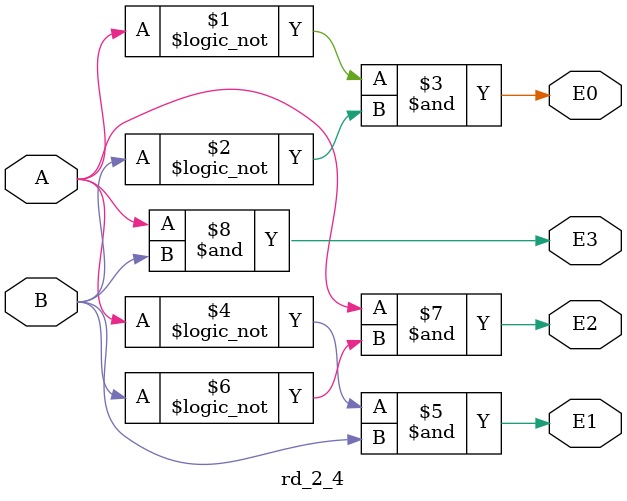
<source format=sv>
module rd_2_4(A, B, E0, E1, E2, E3);
    input A, B;
    output E0, E1, E2, E3;

    assign E0 = (!A & !B); //00
    assign E1 = (!A & B); // 01
    assign E2 = (A & !B); // 10
    assign E3 = (A & B); //11
    
endmodule
</source>
